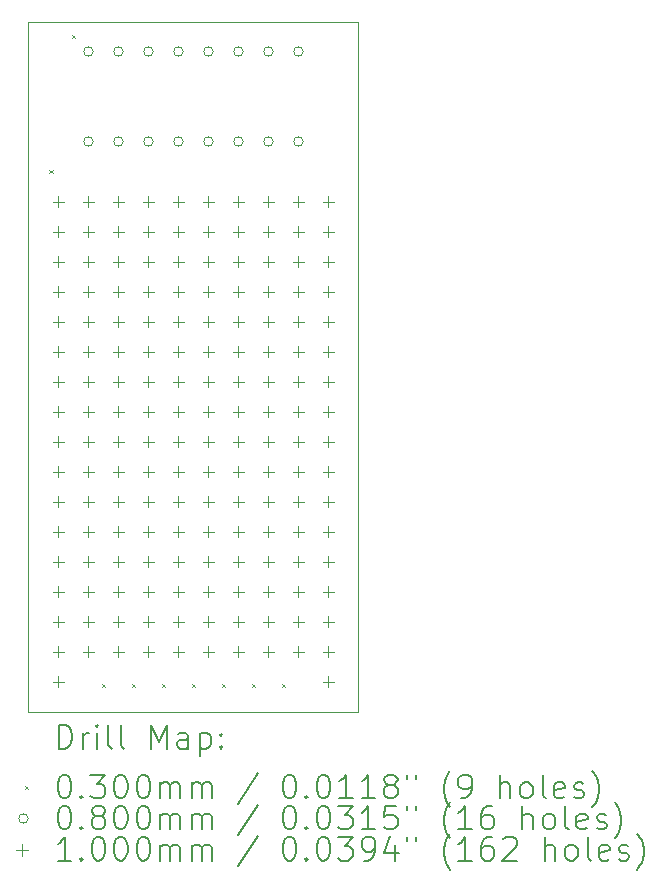
<source format=gbr>
%TF.GenerationSoftware,KiCad,Pcbnew,8.0.8-unknown-202502120121~a17639b16e~ubuntu24.04.1*%
%TF.CreationDate,2025-02-14T12:47:05-05:00*%
%TF.ProjectId,diode-matrix-rom-dip,64696f64-652d-46d6-9174-7269782d726f,v00*%
%TF.SameCoordinates,Original*%
%TF.FileFunction,Drillmap*%
%TF.FilePolarity,Positive*%
%FSLAX45Y45*%
G04 Gerber Fmt 4.5, Leading zero omitted, Abs format (unit mm)*
G04 Created by KiCad (PCBNEW 8.0.8-unknown-202502120121~a17639b16e~ubuntu24.04.1) date 2025-02-14 12:47:05*
%MOMM*%
%LPD*%
G01*
G04 APERTURE LIST*
%ADD10C,0.050000*%
%ADD11C,0.200000*%
%ADD12C,0.100000*%
G04 APERTURE END LIST*
D10*
X11430000Y-7620000D02*
X14224000Y-7620000D01*
X14224000Y-13462000D01*
X11430000Y-13462000D01*
X11430000Y-7620000D01*
D11*
D12*
X11605500Y-8875000D02*
X11635500Y-8905000D01*
X11635500Y-8875000D02*
X11605500Y-8905000D01*
X11796000Y-7732000D02*
X11826000Y-7762000D01*
X11826000Y-7732000D02*
X11796000Y-7762000D01*
X12050000Y-13225000D02*
X12080000Y-13255000D01*
X12080000Y-13225000D02*
X12050000Y-13255000D01*
X12304000Y-13225000D02*
X12334000Y-13255000D01*
X12334000Y-13225000D02*
X12304000Y-13255000D01*
X12558000Y-13225000D02*
X12588000Y-13255000D01*
X12588000Y-13225000D02*
X12558000Y-13255000D01*
X12812000Y-13225000D02*
X12842000Y-13255000D01*
X12842000Y-13225000D02*
X12812000Y-13255000D01*
X13066000Y-13225000D02*
X13096000Y-13255000D01*
X13096000Y-13225000D02*
X13066000Y-13255000D01*
X13320000Y-13225000D02*
X13350000Y-13255000D01*
X13350000Y-13225000D02*
X13320000Y-13255000D01*
X13574000Y-13225000D02*
X13604000Y-13255000D01*
X13604000Y-13225000D02*
X13574000Y-13255000D01*
X11978000Y-7874000D02*
G75*
G02*
X11898000Y-7874000I-40000J0D01*
G01*
X11898000Y-7874000D02*
G75*
G02*
X11978000Y-7874000I40000J0D01*
G01*
X11978000Y-8636000D02*
G75*
G02*
X11898000Y-8636000I-40000J0D01*
G01*
X11898000Y-8636000D02*
G75*
G02*
X11978000Y-8636000I40000J0D01*
G01*
X12232000Y-7874000D02*
G75*
G02*
X12152000Y-7874000I-40000J0D01*
G01*
X12152000Y-7874000D02*
G75*
G02*
X12232000Y-7874000I40000J0D01*
G01*
X12232000Y-8636000D02*
G75*
G02*
X12152000Y-8636000I-40000J0D01*
G01*
X12152000Y-8636000D02*
G75*
G02*
X12232000Y-8636000I40000J0D01*
G01*
X12486000Y-7874000D02*
G75*
G02*
X12406000Y-7874000I-40000J0D01*
G01*
X12406000Y-7874000D02*
G75*
G02*
X12486000Y-7874000I40000J0D01*
G01*
X12486000Y-8636000D02*
G75*
G02*
X12406000Y-8636000I-40000J0D01*
G01*
X12406000Y-8636000D02*
G75*
G02*
X12486000Y-8636000I40000J0D01*
G01*
X12740000Y-7874000D02*
G75*
G02*
X12660000Y-7874000I-40000J0D01*
G01*
X12660000Y-7874000D02*
G75*
G02*
X12740000Y-7874000I40000J0D01*
G01*
X12740000Y-8636000D02*
G75*
G02*
X12660000Y-8636000I-40000J0D01*
G01*
X12660000Y-8636000D02*
G75*
G02*
X12740000Y-8636000I40000J0D01*
G01*
X12994000Y-7874000D02*
G75*
G02*
X12914000Y-7874000I-40000J0D01*
G01*
X12914000Y-7874000D02*
G75*
G02*
X12994000Y-7874000I40000J0D01*
G01*
X12994000Y-8636000D02*
G75*
G02*
X12914000Y-8636000I-40000J0D01*
G01*
X12914000Y-8636000D02*
G75*
G02*
X12994000Y-8636000I40000J0D01*
G01*
X13248000Y-7874000D02*
G75*
G02*
X13168000Y-7874000I-40000J0D01*
G01*
X13168000Y-7874000D02*
G75*
G02*
X13248000Y-7874000I40000J0D01*
G01*
X13248000Y-8636000D02*
G75*
G02*
X13168000Y-8636000I-40000J0D01*
G01*
X13168000Y-8636000D02*
G75*
G02*
X13248000Y-8636000I40000J0D01*
G01*
X13502000Y-7874000D02*
G75*
G02*
X13422000Y-7874000I-40000J0D01*
G01*
X13422000Y-7874000D02*
G75*
G02*
X13502000Y-7874000I40000J0D01*
G01*
X13502000Y-8636000D02*
G75*
G02*
X13422000Y-8636000I-40000J0D01*
G01*
X13422000Y-8636000D02*
G75*
G02*
X13502000Y-8636000I40000J0D01*
G01*
X13756000Y-7874000D02*
G75*
G02*
X13676000Y-7874000I-40000J0D01*
G01*
X13676000Y-7874000D02*
G75*
G02*
X13756000Y-7874000I40000J0D01*
G01*
X13756000Y-8636000D02*
G75*
G02*
X13676000Y-8636000I-40000J0D01*
G01*
X13676000Y-8636000D02*
G75*
G02*
X13756000Y-8636000I40000J0D01*
G01*
X11684000Y-9094000D02*
X11684000Y-9194000D01*
X11634000Y-9144000D02*
X11734000Y-9144000D01*
X11684000Y-9348000D02*
X11684000Y-9448000D01*
X11634000Y-9398000D02*
X11734000Y-9398000D01*
X11684000Y-9602000D02*
X11684000Y-9702000D01*
X11634000Y-9652000D02*
X11734000Y-9652000D01*
X11684000Y-9856000D02*
X11684000Y-9956000D01*
X11634000Y-9906000D02*
X11734000Y-9906000D01*
X11684000Y-10110000D02*
X11684000Y-10210000D01*
X11634000Y-10160000D02*
X11734000Y-10160000D01*
X11684000Y-10364000D02*
X11684000Y-10464000D01*
X11634000Y-10414000D02*
X11734000Y-10414000D01*
X11684000Y-10618000D02*
X11684000Y-10718000D01*
X11634000Y-10668000D02*
X11734000Y-10668000D01*
X11684000Y-10872000D02*
X11684000Y-10972000D01*
X11634000Y-10922000D02*
X11734000Y-10922000D01*
X11684000Y-11126000D02*
X11684000Y-11226000D01*
X11634000Y-11176000D02*
X11734000Y-11176000D01*
X11684000Y-11380000D02*
X11684000Y-11480000D01*
X11634000Y-11430000D02*
X11734000Y-11430000D01*
X11684000Y-11634000D02*
X11684000Y-11734000D01*
X11634000Y-11684000D02*
X11734000Y-11684000D01*
X11684000Y-11888000D02*
X11684000Y-11988000D01*
X11634000Y-11938000D02*
X11734000Y-11938000D01*
X11684000Y-12142000D02*
X11684000Y-12242000D01*
X11634000Y-12192000D02*
X11734000Y-12192000D01*
X11684000Y-12396000D02*
X11684000Y-12496000D01*
X11634000Y-12446000D02*
X11734000Y-12446000D01*
X11684000Y-12650000D02*
X11684000Y-12750000D01*
X11634000Y-12700000D02*
X11734000Y-12700000D01*
X11684000Y-12904000D02*
X11684000Y-13004000D01*
X11634000Y-12954000D02*
X11734000Y-12954000D01*
X11684000Y-13158000D02*
X11684000Y-13258000D01*
X11634000Y-13208000D02*
X11734000Y-13208000D01*
X11938000Y-9094000D02*
X11938000Y-9194000D01*
X11888000Y-9144000D02*
X11988000Y-9144000D01*
X11938000Y-9348000D02*
X11938000Y-9448000D01*
X11888000Y-9398000D02*
X11988000Y-9398000D01*
X11938000Y-9602000D02*
X11938000Y-9702000D01*
X11888000Y-9652000D02*
X11988000Y-9652000D01*
X11938000Y-9856000D02*
X11938000Y-9956000D01*
X11888000Y-9906000D02*
X11988000Y-9906000D01*
X11938000Y-10110000D02*
X11938000Y-10210000D01*
X11888000Y-10160000D02*
X11988000Y-10160000D01*
X11938000Y-10364000D02*
X11938000Y-10464000D01*
X11888000Y-10414000D02*
X11988000Y-10414000D01*
X11938000Y-10618000D02*
X11938000Y-10718000D01*
X11888000Y-10668000D02*
X11988000Y-10668000D01*
X11938000Y-10872000D02*
X11938000Y-10972000D01*
X11888000Y-10922000D02*
X11988000Y-10922000D01*
X11938000Y-11126000D02*
X11938000Y-11226000D01*
X11888000Y-11176000D02*
X11988000Y-11176000D01*
X11938000Y-11380000D02*
X11938000Y-11480000D01*
X11888000Y-11430000D02*
X11988000Y-11430000D01*
X11938000Y-11634000D02*
X11938000Y-11734000D01*
X11888000Y-11684000D02*
X11988000Y-11684000D01*
X11938000Y-11888000D02*
X11938000Y-11988000D01*
X11888000Y-11938000D02*
X11988000Y-11938000D01*
X11938000Y-12142000D02*
X11938000Y-12242000D01*
X11888000Y-12192000D02*
X11988000Y-12192000D01*
X11938000Y-12396000D02*
X11938000Y-12496000D01*
X11888000Y-12446000D02*
X11988000Y-12446000D01*
X11938000Y-12650000D02*
X11938000Y-12750000D01*
X11888000Y-12700000D02*
X11988000Y-12700000D01*
X11938000Y-12904000D02*
X11938000Y-13004000D01*
X11888000Y-12954000D02*
X11988000Y-12954000D01*
X12192000Y-9094000D02*
X12192000Y-9194000D01*
X12142000Y-9144000D02*
X12242000Y-9144000D01*
X12192000Y-9348000D02*
X12192000Y-9448000D01*
X12142000Y-9398000D02*
X12242000Y-9398000D01*
X12192000Y-9602000D02*
X12192000Y-9702000D01*
X12142000Y-9652000D02*
X12242000Y-9652000D01*
X12192000Y-9856000D02*
X12192000Y-9956000D01*
X12142000Y-9906000D02*
X12242000Y-9906000D01*
X12192000Y-10110000D02*
X12192000Y-10210000D01*
X12142000Y-10160000D02*
X12242000Y-10160000D01*
X12192000Y-10364000D02*
X12192000Y-10464000D01*
X12142000Y-10414000D02*
X12242000Y-10414000D01*
X12192000Y-10618000D02*
X12192000Y-10718000D01*
X12142000Y-10668000D02*
X12242000Y-10668000D01*
X12192000Y-10872000D02*
X12192000Y-10972000D01*
X12142000Y-10922000D02*
X12242000Y-10922000D01*
X12192000Y-11126000D02*
X12192000Y-11226000D01*
X12142000Y-11176000D02*
X12242000Y-11176000D01*
X12192000Y-11380000D02*
X12192000Y-11480000D01*
X12142000Y-11430000D02*
X12242000Y-11430000D01*
X12192000Y-11634000D02*
X12192000Y-11734000D01*
X12142000Y-11684000D02*
X12242000Y-11684000D01*
X12192000Y-11888000D02*
X12192000Y-11988000D01*
X12142000Y-11938000D02*
X12242000Y-11938000D01*
X12192000Y-12142000D02*
X12192000Y-12242000D01*
X12142000Y-12192000D02*
X12242000Y-12192000D01*
X12192000Y-12396000D02*
X12192000Y-12496000D01*
X12142000Y-12446000D02*
X12242000Y-12446000D01*
X12192000Y-12650000D02*
X12192000Y-12750000D01*
X12142000Y-12700000D02*
X12242000Y-12700000D01*
X12192000Y-12904000D02*
X12192000Y-13004000D01*
X12142000Y-12954000D02*
X12242000Y-12954000D01*
X12446000Y-9094000D02*
X12446000Y-9194000D01*
X12396000Y-9144000D02*
X12496000Y-9144000D01*
X12446000Y-9348000D02*
X12446000Y-9448000D01*
X12396000Y-9398000D02*
X12496000Y-9398000D01*
X12446000Y-9602000D02*
X12446000Y-9702000D01*
X12396000Y-9652000D02*
X12496000Y-9652000D01*
X12446000Y-9856000D02*
X12446000Y-9956000D01*
X12396000Y-9906000D02*
X12496000Y-9906000D01*
X12446000Y-10110000D02*
X12446000Y-10210000D01*
X12396000Y-10160000D02*
X12496000Y-10160000D01*
X12446000Y-10364000D02*
X12446000Y-10464000D01*
X12396000Y-10414000D02*
X12496000Y-10414000D01*
X12446000Y-10618000D02*
X12446000Y-10718000D01*
X12396000Y-10668000D02*
X12496000Y-10668000D01*
X12446000Y-10872000D02*
X12446000Y-10972000D01*
X12396000Y-10922000D02*
X12496000Y-10922000D01*
X12446000Y-11126000D02*
X12446000Y-11226000D01*
X12396000Y-11176000D02*
X12496000Y-11176000D01*
X12446000Y-11380000D02*
X12446000Y-11480000D01*
X12396000Y-11430000D02*
X12496000Y-11430000D01*
X12446000Y-11634000D02*
X12446000Y-11734000D01*
X12396000Y-11684000D02*
X12496000Y-11684000D01*
X12446000Y-11888000D02*
X12446000Y-11988000D01*
X12396000Y-11938000D02*
X12496000Y-11938000D01*
X12446000Y-12142000D02*
X12446000Y-12242000D01*
X12396000Y-12192000D02*
X12496000Y-12192000D01*
X12446000Y-12396000D02*
X12446000Y-12496000D01*
X12396000Y-12446000D02*
X12496000Y-12446000D01*
X12446000Y-12650000D02*
X12446000Y-12750000D01*
X12396000Y-12700000D02*
X12496000Y-12700000D01*
X12446000Y-12904000D02*
X12446000Y-13004000D01*
X12396000Y-12954000D02*
X12496000Y-12954000D01*
X12700000Y-9094000D02*
X12700000Y-9194000D01*
X12650000Y-9144000D02*
X12750000Y-9144000D01*
X12700000Y-9348000D02*
X12700000Y-9448000D01*
X12650000Y-9398000D02*
X12750000Y-9398000D01*
X12700000Y-9602000D02*
X12700000Y-9702000D01*
X12650000Y-9652000D02*
X12750000Y-9652000D01*
X12700000Y-9856000D02*
X12700000Y-9956000D01*
X12650000Y-9906000D02*
X12750000Y-9906000D01*
X12700000Y-10110000D02*
X12700000Y-10210000D01*
X12650000Y-10160000D02*
X12750000Y-10160000D01*
X12700000Y-10364000D02*
X12700000Y-10464000D01*
X12650000Y-10414000D02*
X12750000Y-10414000D01*
X12700000Y-10618000D02*
X12700000Y-10718000D01*
X12650000Y-10668000D02*
X12750000Y-10668000D01*
X12700000Y-10872000D02*
X12700000Y-10972000D01*
X12650000Y-10922000D02*
X12750000Y-10922000D01*
X12700000Y-11126000D02*
X12700000Y-11226000D01*
X12650000Y-11176000D02*
X12750000Y-11176000D01*
X12700000Y-11380000D02*
X12700000Y-11480000D01*
X12650000Y-11430000D02*
X12750000Y-11430000D01*
X12700000Y-11634000D02*
X12700000Y-11734000D01*
X12650000Y-11684000D02*
X12750000Y-11684000D01*
X12700000Y-11888000D02*
X12700000Y-11988000D01*
X12650000Y-11938000D02*
X12750000Y-11938000D01*
X12700000Y-12142000D02*
X12700000Y-12242000D01*
X12650000Y-12192000D02*
X12750000Y-12192000D01*
X12700000Y-12396000D02*
X12700000Y-12496000D01*
X12650000Y-12446000D02*
X12750000Y-12446000D01*
X12700000Y-12650000D02*
X12700000Y-12750000D01*
X12650000Y-12700000D02*
X12750000Y-12700000D01*
X12700000Y-12904000D02*
X12700000Y-13004000D01*
X12650000Y-12954000D02*
X12750000Y-12954000D01*
X12954000Y-9094000D02*
X12954000Y-9194000D01*
X12904000Y-9144000D02*
X13004000Y-9144000D01*
X12954000Y-9348000D02*
X12954000Y-9448000D01*
X12904000Y-9398000D02*
X13004000Y-9398000D01*
X12954000Y-9602000D02*
X12954000Y-9702000D01*
X12904000Y-9652000D02*
X13004000Y-9652000D01*
X12954000Y-9856000D02*
X12954000Y-9956000D01*
X12904000Y-9906000D02*
X13004000Y-9906000D01*
X12954000Y-10110000D02*
X12954000Y-10210000D01*
X12904000Y-10160000D02*
X13004000Y-10160000D01*
X12954000Y-10364000D02*
X12954000Y-10464000D01*
X12904000Y-10414000D02*
X13004000Y-10414000D01*
X12954000Y-10618000D02*
X12954000Y-10718000D01*
X12904000Y-10668000D02*
X13004000Y-10668000D01*
X12954000Y-10872000D02*
X12954000Y-10972000D01*
X12904000Y-10922000D02*
X13004000Y-10922000D01*
X12954000Y-11126000D02*
X12954000Y-11226000D01*
X12904000Y-11176000D02*
X13004000Y-11176000D01*
X12954000Y-11380000D02*
X12954000Y-11480000D01*
X12904000Y-11430000D02*
X13004000Y-11430000D01*
X12954000Y-11634000D02*
X12954000Y-11734000D01*
X12904000Y-11684000D02*
X13004000Y-11684000D01*
X12954000Y-11888000D02*
X12954000Y-11988000D01*
X12904000Y-11938000D02*
X13004000Y-11938000D01*
X12954000Y-12142000D02*
X12954000Y-12242000D01*
X12904000Y-12192000D02*
X13004000Y-12192000D01*
X12954000Y-12396000D02*
X12954000Y-12496000D01*
X12904000Y-12446000D02*
X13004000Y-12446000D01*
X12954000Y-12650000D02*
X12954000Y-12750000D01*
X12904000Y-12700000D02*
X13004000Y-12700000D01*
X12954000Y-12904000D02*
X12954000Y-13004000D01*
X12904000Y-12954000D02*
X13004000Y-12954000D01*
X13208000Y-9094000D02*
X13208000Y-9194000D01*
X13158000Y-9144000D02*
X13258000Y-9144000D01*
X13208000Y-9348000D02*
X13208000Y-9448000D01*
X13158000Y-9398000D02*
X13258000Y-9398000D01*
X13208000Y-9602000D02*
X13208000Y-9702000D01*
X13158000Y-9652000D02*
X13258000Y-9652000D01*
X13208000Y-9856000D02*
X13208000Y-9956000D01*
X13158000Y-9906000D02*
X13258000Y-9906000D01*
X13208000Y-10110000D02*
X13208000Y-10210000D01*
X13158000Y-10160000D02*
X13258000Y-10160000D01*
X13208000Y-10364000D02*
X13208000Y-10464000D01*
X13158000Y-10414000D02*
X13258000Y-10414000D01*
X13208000Y-10618000D02*
X13208000Y-10718000D01*
X13158000Y-10668000D02*
X13258000Y-10668000D01*
X13208000Y-10872000D02*
X13208000Y-10972000D01*
X13158000Y-10922000D02*
X13258000Y-10922000D01*
X13208000Y-11126000D02*
X13208000Y-11226000D01*
X13158000Y-11176000D02*
X13258000Y-11176000D01*
X13208000Y-11380000D02*
X13208000Y-11480000D01*
X13158000Y-11430000D02*
X13258000Y-11430000D01*
X13208000Y-11634000D02*
X13208000Y-11734000D01*
X13158000Y-11684000D02*
X13258000Y-11684000D01*
X13208000Y-11888000D02*
X13208000Y-11988000D01*
X13158000Y-11938000D02*
X13258000Y-11938000D01*
X13208000Y-12142000D02*
X13208000Y-12242000D01*
X13158000Y-12192000D02*
X13258000Y-12192000D01*
X13208000Y-12396000D02*
X13208000Y-12496000D01*
X13158000Y-12446000D02*
X13258000Y-12446000D01*
X13208000Y-12650000D02*
X13208000Y-12750000D01*
X13158000Y-12700000D02*
X13258000Y-12700000D01*
X13208000Y-12904000D02*
X13208000Y-13004000D01*
X13158000Y-12954000D02*
X13258000Y-12954000D01*
X13462000Y-9094000D02*
X13462000Y-9194000D01*
X13412000Y-9144000D02*
X13512000Y-9144000D01*
X13462000Y-9348000D02*
X13462000Y-9448000D01*
X13412000Y-9398000D02*
X13512000Y-9398000D01*
X13462000Y-9602000D02*
X13462000Y-9702000D01*
X13412000Y-9652000D02*
X13512000Y-9652000D01*
X13462000Y-9856000D02*
X13462000Y-9956000D01*
X13412000Y-9906000D02*
X13512000Y-9906000D01*
X13462000Y-10110000D02*
X13462000Y-10210000D01*
X13412000Y-10160000D02*
X13512000Y-10160000D01*
X13462000Y-10364000D02*
X13462000Y-10464000D01*
X13412000Y-10414000D02*
X13512000Y-10414000D01*
X13462000Y-10618000D02*
X13462000Y-10718000D01*
X13412000Y-10668000D02*
X13512000Y-10668000D01*
X13462000Y-10872000D02*
X13462000Y-10972000D01*
X13412000Y-10922000D02*
X13512000Y-10922000D01*
X13462000Y-11126000D02*
X13462000Y-11226000D01*
X13412000Y-11176000D02*
X13512000Y-11176000D01*
X13462000Y-11380000D02*
X13462000Y-11480000D01*
X13412000Y-11430000D02*
X13512000Y-11430000D01*
X13462000Y-11634000D02*
X13462000Y-11734000D01*
X13412000Y-11684000D02*
X13512000Y-11684000D01*
X13462000Y-11888000D02*
X13462000Y-11988000D01*
X13412000Y-11938000D02*
X13512000Y-11938000D01*
X13462000Y-12142000D02*
X13462000Y-12242000D01*
X13412000Y-12192000D02*
X13512000Y-12192000D01*
X13462000Y-12396000D02*
X13462000Y-12496000D01*
X13412000Y-12446000D02*
X13512000Y-12446000D01*
X13462000Y-12650000D02*
X13462000Y-12750000D01*
X13412000Y-12700000D02*
X13512000Y-12700000D01*
X13462000Y-12904000D02*
X13462000Y-13004000D01*
X13412000Y-12954000D02*
X13512000Y-12954000D01*
X13716000Y-9094000D02*
X13716000Y-9194000D01*
X13666000Y-9144000D02*
X13766000Y-9144000D01*
X13716000Y-9348000D02*
X13716000Y-9448000D01*
X13666000Y-9398000D02*
X13766000Y-9398000D01*
X13716000Y-9602000D02*
X13716000Y-9702000D01*
X13666000Y-9652000D02*
X13766000Y-9652000D01*
X13716000Y-9856000D02*
X13716000Y-9956000D01*
X13666000Y-9906000D02*
X13766000Y-9906000D01*
X13716000Y-10110000D02*
X13716000Y-10210000D01*
X13666000Y-10160000D02*
X13766000Y-10160000D01*
X13716000Y-10364000D02*
X13716000Y-10464000D01*
X13666000Y-10414000D02*
X13766000Y-10414000D01*
X13716000Y-10618000D02*
X13716000Y-10718000D01*
X13666000Y-10668000D02*
X13766000Y-10668000D01*
X13716000Y-10872000D02*
X13716000Y-10972000D01*
X13666000Y-10922000D02*
X13766000Y-10922000D01*
X13716000Y-11126000D02*
X13716000Y-11226000D01*
X13666000Y-11176000D02*
X13766000Y-11176000D01*
X13716000Y-11380000D02*
X13716000Y-11480000D01*
X13666000Y-11430000D02*
X13766000Y-11430000D01*
X13716000Y-11634000D02*
X13716000Y-11734000D01*
X13666000Y-11684000D02*
X13766000Y-11684000D01*
X13716000Y-11888000D02*
X13716000Y-11988000D01*
X13666000Y-11938000D02*
X13766000Y-11938000D01*
X13716000Y-12142000D02*
X13716000Y-12242000D01*
X13666000Y-12192000D02*
X13766000Y-12192000D01*
X13716000Y-12396000D02*
X13716000Y-12496000D01*
X13666000Y-12446000D02*
X13766000Y-12446000D01*
X13716000Y-12650000D02*
X13716000Y-12750000D01*
X13666000Y-12700000D02*
X13766000Y-12700000D01*
X13716000Y-12904000D02*
X13716000Y-13004000D01*
X13666000Y-12954000D02*
X13766000Y-12954000D01*
X13970000Y-9094000D02*
X13970000Y-9194000D01*
X13920000Y-9144000D02*
X14020000Y-9144000D01*
X13970000Y-9348000D02*
X13970000Y-9448000D01*
X13920000Y-9398000D02*
X14020000Y-9398000D01*
X13970000Y-9602000D02*
X13970000Y-9702000D01*
X13920000Y-9652000D02*
X14020000Y-9652000D01*
X13970000Y-9856000D02*
X13970000Y-9956000D01*
X13920000Y-9906000D02*
X14020000Y-9906000D01*
X13970000Y-10110000D02*
X13970000Y-10210000D01*
X13920000Y-10160000D02*
X14020000Y-10160000D01*
X13970000Y-10364000D02*
X13970000Y-10464000D01*
X13920000Y-10414000D02*
X14020000Y-10414000D01*
X13970000Y-10618000D02*
X13970000Y-10718000D01*
X13920000Y-10668000D02*
X14020000Y-10668000D01*
X13970000Y-10872000D02*
X13970000Y-10972000D01*
X13920000Y-10922000D02*
X14020000Y-10922000D01*
X13970000Y-11126000D02*
X13970000Y-11226000D01*
X13920000Y-11176000D02*
X14020000Y-11176000D01*
X13970000Y-11380000D02*
X13970000Y-11480000D01*
X13920000Y-11430000D02*
X14020000Y-11430000D01*
X13970000Y-11634000D02*
X13970000Y-11734000D01*
X13920000Y-11684000D02*
X14020000Y-11684000D01*
X13970000Y-11888000D02*
X13970000Y-11988000D01*
X13920000Y-11938000D02*
X14020000Y-11938000D01*
X13970000Y-12142000D02*
X13970000Y-12242000D01*
X13920000Y-12192000D02*
X14020000Y-12192000D01*
X13970000Y-12396000D02*
X13970000Y-12496000D01*
X13920000Y-12446000D02*
X14020000Y-12446000D01*
X13970000Y-12650000D02*
X13970000Y-12750000D01*
X13920000Y-12700000D02*
X14020000Y-12700000D01*
X13970000Y-12904000D02*
X13970000Y-13004000D01*
X13920000Y-12954000D02*
X14020000Y-12954000D01*
X13970000Y-13158000D02*
X13970000Y-13258000D01*
X13920000Y-13208000D02*
X14020000Y-13208000D01*
D11*
X11688277Y-13775984D02*
X11688277Y-13575984D01*
X11688277Y-13575984D02*
X11735896Y-13575984D01*
X11735896Y-13575984D02*
X11764467Y-13585508D01*
X11764467Y-13585508D02*
X11783515Y-13604555D01*
X11783515Y-13604555D02*
X11793039Y-13623603D01*
X11793039Y-13623603D02*
X11802562Y-13661698D01*
X11802562Y-13661698D02*
X11802562Y-13690269D01*
X11802562Y-13690269D02*
X11793039Y-13728365D01*
X11793039Y-13728365D02*
X11783515Y-13747412D01*
X11783515Y-13747412D02*
X11764467Y-13766460D01*
X11764467Y-13766460D02*
X11735896Y-13775984D01*
X11735896Y-13775984D02*
X11688277Y-13775984D01*
X11888277Y-13775984D02*
X11888277Y-13642650D01*
X11888277Y-13680746D02*
X11897801Y-13661698D01*
X11897801Y-13661698D02*
X11907324Y-13652174D01*
X11907324Y-13652174D02*
X11926372Y-13642650D01*
X11926372Y-13642650D02*
X11945420Y-13642650D01*
X12012086Y-13775984D02*
X12012086Y-13642650D01*
X12012086Y-13575984D02*
X12002562Y-13585508D01*
X12002562Y-13585508D02*
X12012086Y-13595031D01*
X12012086Y-13595031D02*
X12021610Y-13585508D01*
X12021610Y-13585508D02*
X12012086Y-13575984D01*
X12012086Y-13575984D02*
X12012086Y-13595031D01*
X12135896Y-13775984D02*
X12116848Y-13766460D01*
X12116848Y-13766460D02*
X12107324Y-13747412D01*
X12107324Y-13747412D02*
X12107324Y-13575984D01*
X12240658Y-13775984D02*
X12221610Y-13766460D01*
X12221610Y-13766460D02*
X12212086Y-13747412D01*
X12212086Y-13747412D02*
X12212086Y-13575984D01*
X12469229Y-13775984D02*
X12469229Y-13575984D01*
X12469229Y-13575984D02*
X12535896Y-13718841D01*
X12535896Y-13718841D02*
X12602562Y-13575984D01*
X12602562Y-13575984D02*
X12602562Y-13775984D01*
X12783515Y-13775984D02*
X12783515Y-13671222D01*
X12783515Y-13671222D02*
X12773991Y-13652174D01*
X12773991Y-13652174D02*
X12754943Y-13642650D01*
X12754943Y-13642650D02*
X12716848Y-13642650D01*
X12716848Y-13642650D02*
X12697801Y-13652174D01*
X12783515Y-13766460D02*
X12764467Y-13775984D01*
X12764467Y-13775984D02*
X12716848Y-13775984D01*
X12716848Y-13775984D02*
X12697801Y-13766460D01*
X12697801Y-13766460D02*
X12688277Y-13747412D01*
X12688277Y-13747412D02*
X12688277Y-13728365D01*
X12688277Y-13728365D02*
X12697801Y-13709317D01*
X12697801Y-13709317D02*
X12716848Y-13699793D01*
X12716848Y-13699793D02*
X12764467Y-13699793D01*
X12764467Y-13699793D02*
X12783515Y-13690269D01*
X12878753Y-13642650D02*
X12878753Y-13842650D01*
X12878753Y-13652174D02*
X12897801Y-13642650D01*
X12897801Y-13642650D02*
X12935896Y-13642650D01*
X12935896Y-13642650D02*
X12954943Y-13652174D01*
X12954943Y-13652174D02*
X12964467Y-13661698D01*
X12964467Y-13661698D02*
X12973991Y-13680746D01*
X12973991Y-13680746D02*
X12973991Y-13737888D01*
X12973991Y-13737888D02*
X12964467Y-13756936D01*
X12964467Y-13756936D02*
X12954943Y-13766460D01*
X12954943Y-13766460D02*
X12935896Y-13775984D01*
X12935896Y-13775984D02*
X12897801Y-13775984D01*
X12897801Y-13775984D02*
X12878753Y-13766460D01*
X13059705Y-13756936D02*
X13069229Y-13766460D01*
X13069229Y-13766460D02*
X13059705Y-13775984D01*
X13059705Y-13775984D02*
X13050182Y-13766460D01*
X13050182Y-13766460D02*
X13059705Y-13756936D01*
X13059705Y-13756936D02*
X13059705Y-13775984D01*
X13059705Y-13652174D02*
X13069229Y-13661698D01*
X13069229Y-13661698D02*
X13059705Y-13671222D01*
X13059705Y-13671222D02*
X13050182Y-13661698D01*
X13050182Y-13661698D02*
X13059705Y-13652174D01*
X13059705Y-13652174D02*
X13059705Y-13671222D01*
D12*
X11397500Y-14089500D02*
X11427500Y-14119500D01*
X11427500Y-14089500D02*
X11397500Y-14119500D01*
D11*
X11726372Y-13995984D02*
X11745420Y-13995984D01*
X11745420Y-13995984D02*
X11764467Y-14005508D01*
X11764467Y-14005508D02*
X11773991Y-14015031D01*
X11773991Y-14015031D02*
X11783515Y-14034079D01*
X11783515Y-14034079D02*
X11793039Y-14072174D01*
X11793039Y-14072174D02*
X11793039Y-14119793D01*
X11793039Y-14119793D02*
X11783515Y-14157888D01*
X11783515Y-14157888D02*
X11773991Y-14176936D01*
X11773991Y-14176936D02*
X11764467Y-14186460D01*
X11764467Y-14186460D02*
X11745420Y-14195984D01*
X11745420Y-14195984D02*
X11726372Y-14195984D01*
X11726372Y-14195984D02*
X11707324Y-14186460D01*
X11707324Y-14186460D02*
X11697801Y-14176936D01*
X11697801Y-14176936D02*
X11688277Y-14157888D01*
X11688277Y-14157888D02*
X11678753Y-14119793D01*
X11678753Y-14119793D02*
X11678753Y-14072174D01*
X11678753Y-14072174D02*
X11688277Y-14034079D01*
X11688277Y-14034079D02*
X11697801Y-14015031D01*
X11697801Y-14015031D02*
X11707324Y-14005508D01*
X11707324Y-14005508D02*
X11726372Y-13995984D01*
X11878753Y-14176936D02*
X11888277Y-14186460D01*
X11888277Y-14186460D02*
X11878753Y-14195984D01*
X11878753Y-14195984D02*
X11869229Y-14186460D01*
X11869229Y-14186460D02*
X11878753Y-14176936D01*
X11878753Y-14176936D02*
X11878753Y-14195984D01*
X11954943Y-13995984D02*
X12078753Y-13995984D01*
X12078753Y-13995984D02*
X12012086Y-14072174D01*
X12012086Y-14072174D02*
X12040658Y-14072174D01*
X12040658Y-14072174D02*
X12059705Y-14081698D01*
X12059705Y-14081698D02*
X12069229Y-14091222D01*
X12069229Y-14091222D02*
X12078753Y-14110269D01*
X12078753Y-14110269D02*
X12078753Y-14157888D01*
X12078753Y-14157888D02*
X12069229Y-14176936D01*
X12069229Y-14176936D02*
X12059705Y-14186460D01*
X12059705Y-14186460D02*
X12040658Y-14195984D01*
X12040658Y-14195984D02*
X11983515Y-14195984D01*
X11983515Y-14195984D02*
X11964467Y-14186460D01*
X11964467Y-14186460D02*
X11954943Y-14176936D01*
X12202562Y-13995984D02*
X12221610Y-13995984D01*
X12221610Y-13995984D02*
X12240658Y-14005508D01*
X12240658Y-14005508D02*
X12250182Y-14015031D01*
X12250182Y-14015031D02*
X12259705Y-14034079D01*
X12259705Y-14034079D02*
X12269229Y-14072174D01*
X12269229Y-14072174D02*
X12269229Y-14119793D01*
X12269229Y-14119793D02*
X12259705Y-14157888D01*
X12259705Y-14157888D02*
X12250182Y-14176936D01*
X12250182Y-14176936D02*
X12240658Y-14186460D01*
X12240658Y-14186460D02*
X12221610Y-14195984D01*
X12221610Y-14195984D02*
X12202562Y-14195984D01*
X12202562Y-14195984D02*
X12183515Y-14186460D01*
X12183515Y-14186460D02*
X12173991Y-14176936D01*
X12173991Y-14176936D02*
X12164467Y-14157888D01*
X12164467Y-14157888D02*
X12154943Y-14119793D01*
X12154943Y-14119793D02*
X12154943Y-14072174D01*
X12154943Y-14072174D02*
X12164467Y-14034079D01*
X12164467Y-14034079D02*
X12173991Y-14015031D01*
X12173991Y-14015031D02*
X12183515Y-14005508D01*
X12183515Y-14005508D02*
X12202562Y-13995984D01*
X12393039Y-13995984D02*
X12412086Y-13995984D01*
X12412086Y-13995984D02*
X12431134Y-14005508D01*
X12431134Y-14005508D02*
X12440658Y-14015031D01*
X12440658Y-14015031D02*
X12450182Y-14034079D01*
X12450182Y-14034079D02*
X12459705Y-14072174D01*
X12459705Y-14072174D02*
X12459705Y-14119793D01*
X12459705Y-14119793D02*
X12450182Y-14157888D01*
X12450182Y-14157888D02*
X12440658Y-14176936D01*
X12440658Y-14176936D02*
X12431134Y-14186460D01*
X12431134Y-14186460D02*
X12412086Y-14195984D01*
X12412086Y-14195984D02*
X12393039Y-14195984D01*
X12393039Y-14195984D02*
X12373991Y-14186460D01*
X12373991Y-14186460D02*
X12364467Y-14176936D01*
X12364467Y-14176936D02*
X12354943Y-14157888D01*
X12354943Y-14157888D02*
X12345420Y-14119793D01*
X12345420Y-14119793D02*
X12345420Y-14072174D01*
X12345420Y-14072174D02*
X12354943Y-14034079D01*
X12354943Y-14034079D02*
X12364467Y-14015031D01*
X12364467Y-14015031D02*
X12373991Y-14005508D01*
X12373991Y-14005508D02*
X12393039Y-13995984D01*
X12545420Y-14195984D02*
X12545420Y-14062650D01*
X12545420Y-14081698D02*
X12554943Y-14072174D01*
X12554943Y-14072174D02*
X12573991Y-14062650D01*
X12573991Y-14062650D02*
X12602563Y-14062650D01*
X12602563Y-14062650D02*
X12621610Y-14072174D01*
X12621610Y-14072174D02*
X12631134Y-14091222D01*
X12631134Y-14091222D02*
X12631134Y-14195984D01*
X12631134Y-14091222D02*
X12640658Y-14072174D01*
X12640658Y-14072174D02*
X12659705Y-14062650D01*
X12659705Y-14062650D02*
X12688277Y-14062650D01*
X12688277Y-14062650D02*
X12707324Y-14072174D01*
X12707324Y-14072174D02*
X12716848Y-14091222D01*
X12716848Y-14091222D02*
X12716848Y-14195984D01*
X12812086Y-14195984D02*
X12812086Y-14062650D01*
X12812086Y-14081698D02*
X12821610Y-14072174D01*
X12821610Y-14072174D02*
X12840658Y-14062650D01*
X12840658Y-14062650D02*
X12869229Y-14062650D01*
X12869229Y-14062650D02*
X12888277Y-14072174D01*
X12888277Y-14072174D02*
X12897801Y-14091222D01*
X12897801Y-14091222D02*
X12897801Y-14195984D01*
X12897801Y-14091222D02*
X12907324Y-14072174D01*
X12907324Y-14072174D02*
X12926372Y-14062650D01*
X12926372Y-14062650D02*
X12954943Y-14062650D01*
X12954943Y-14062650D02*
X12973991Y-14072174D01*
X12973991Y-14072174D02*
X12983515Y-14091222D01*
X12983515Y-14091222D02*
X12983515Y-14195984D01*
X13373991Y-13986460D02*
X13202563Y-14243603D01*
X13631134Y-13995984D02*
X13650182Y-13995984D01*
X13650182Y-13995984D02*
X13669229Y-14005508D01*
X13669229Y-14005508D02*
X13678753Y-14015031D01*
X13678753Y-14015031D02*
X13688277Y-14034079D01*
X13688277Y-14034079D02*
X13697801Y-14072174D01*
X13697801Y-14072174D02*
X13697801Y-14119793D01*
X13697801Y-14119793D02*
X13688277Y-14157888D01*
X13688277Y-14157888D02*
X13678753Y-14176936D01*
X13678753Y-14176936D02*
X13669229Y-14186460D01*
X13669229Y-14186460D02*
X13650182Y-14195984D01*
X13650182Y-14195984D02*
X13631134Y-14195984D01*
X13631134Y-14195984D02*
X13612086Y-14186460D01*
X13612086Y-14186460D02*
X13602563Y-14176936D01*
X13602563Y-14176936D02*
X13593039Y-14157888D01*
X13593039Y-14157888D02*
X13583515Y-14119793D01*
X13583515Y-14119793D02*
X13583515Y-14072174D01*
X13583515Y-14072174D02*
X13593039Y-14034079D01*
X13593039Y-14034079D02*
X13602563Y-14015031D01*
X13602563Y-14015031D02*
X13612086Y-14005508D01*
X13612086Y-14005508D02*
X13631134Y-13995984D01*
X13783515Y-14176936D02*
X13793039Y-14186460D01*
X13793039Y-14186460D02*
X13783515Y-14195984D01*
X13783515Y-14195984D02*
X13773991Y-14186460D01*
X13773991Y-14186460D02*
X13783515Y-14176936D01*
X13783515Y-14176936D02*
X13783515Y-14195984D01*
X13916848Y-13995984D02*
X13935896Y-13995984D01*
X13935896Y-13995984D02*
X13954944Y-14005508D01*
X13954944Y-14005508D02*
X13964467Y-14015031D01*
X13964467Y-14015031D02*
X13973991Y-14034079D01*
X13973991Y-14034079D02*
X13983515Y-14072174D01*
X13983515Y-14072174D02*
X13983515Y-14119793D01*
X13983515Y-14119793D02*
X13973991Y-14157888D01*
X13973991Y-14157888D02*
X13964467Y-14176936D01*
X13964467Y-14176936D02*
X13954944Y-14186460D01*
X13954944Y-14186460D02*
X13935896Y-14195984D01*
X13935896Y-14195984D02*
X13916848Y-14195984D01*
X13916848Y-14195984D02*
X13897801Y-14186460D01*
X13897801Y-14186460D02*
X13888277Y-14176936D01*
X13888277Y-14176936D02*
X13878753Y-14157888D01*
X13878753Y-14157888D02*
X13869229Y-14119793D01*
X13869229Y-14119793D02*
X13869229Y-14072174D01*
X13869229Y-14072174D02*
X13878753Y-14034079D01*
X13878753Y-14034079D02*
X13888277Y-14015031D01*
X13888277Y-14015031D02*
X13897801Y-14005508D01*
X13897801Y-14005508D02*
X13916848Y-13995984D01*
X14173991Y-14195984D02*
X14059706Y-14195984D01*
X14116848Y-14195984D02*
X14116848Y-13995984D01*
X14116848Y-13995984D02*
X14097801Y-14024555D01*
X14097801Y-14024555D02*
X14078753Y-14043603D01*
X14078753Y-14043603D02*
X14059706Y-14053127D01*
X14364467Y-14195984D02*
X14250182Y-14195984D01*
X14307325Y-14195984D02*
X14307325Y-13995984D01*
X14307325Y-13995984D02*
X14288277Y-14024555D01*
X14288277Y-14024555D02*
X14269229Y-14043603D01*
X14269229Y-14043603D02*
X14250182Y-14053127D01*
X14478753Y-14081698D02*
X14459706Y-14072174D01*
X14459706Y-14072174D02*
X14450182Y-14062650D01*
X14450182Y-14062650D02*
X14440658Y-14043603D01*
X14440658Y-14043603D02*
X14440658Y-14034079D01*
X14440658Y-14034079D02*
X14450182Y-14015031D01*
X14450182Y-14015031D02*
X14459706Y-14005508D01*
X14459706Y-14005508D02*
X14478753Y-13995984D01*
X14478753Y-13995984D02*
X14516848Y-13995984D01*
X14516848Y-13995984D02*
X14535896Y-14005508D01*
X14535896Y-14005508D02*
X14545420Y-14015031D01*
X14545420Y-14015031D02*
X14554944Y-14034079D01*
X14554944Y-14034079D02*
X14554944Y-14043603D01*
X14554944Y-14043603D02*
X14545420Y-14062650D01*
X14545420Y-14062650D02*
X14535896Y-14072174D01*
X14535896Y-14072174D02*
X14516848Y-14081698D01*
X14516848Y-14081698D02*
X14478753Y-14081698D01*
X14478753Y-14081698D02*
X14459706Y-14091222D01*
X14459706Y-14091222D02*
X14450182Y-14100746D01*
X14450182Y-14100746D02*
X14440658Y-14119793D01*
X14440658Y-14119793D02*
X14440658Y-14157888D01*
X14440658Y-14157888D02*
X14450182Y-14176936D01*
X14450182Y-14176936D02*
X14459706Y-14186460D01*
X14459706Y-14186460D02*
X14478753Y-14195984D01*
X14478753Y-14195984D02*
X14516848Y-14195984D01*
X14516848Y-14195984D02*
X14535896Y-14186460D01*
X14535896Y-14186460D02*
X14545420Y-14176936D01*
X14545420Y-14176936D02*
X14554944Y-14157888D01*
X14554944Y-14157888D02*
X14554944Y-14119793D01*
X14554944Y-14119793D02*
X14545420Y-14100746D01*
X14545420Y-14100746D02*
X14535896Y-14091222D01*
X14535896Y-14091222D02*
X14516848Y-14081698D01*
X14631134Y-13995984D02*
X14631134Y-14034079D01*
X14707325Y-13995984D02*
X14707325Y-14034079D01*
X15002563Y-14272174D02*
X14993039Y-14262650D01*
X14993039Y-14262650D02*
X14973991Y-14234079D01*
X14973991Y-14234079D02*
X14964468Y-14215031D01*
X14964468Y-14215031D02*
X14954944Y-14186460D01*
X14954944Y-14186460D02*
X14945420Y-14138841D01*
X14945420Y-14138841D02*
X14945420Y-14100746D01*
X14945420Y-14100746D02*
X14954944Y-14053127D01*
X14954944Y-14053127D02*
X14964468Y-14024555D01*
X14964468Y-14024555D02*
X14973991Y-14005508D01*
X14973991Y-14005508D02*
X14993039Y-13976936D01*
X14993039Y-13976936D02*
X15002563Y-13967412D01*
X15088277Y-14195984D02*
X15126372Y-14195984D01*
X15126372Y-14195984D02*
X15145420Y-14186460D01*
X15145420Y-14186460D02*
X15154944Y-14176936D01*
X15154944Y-14176936D02*
X15173991Y-14148365D01*
X15173991Y-14148365D02*
X15183515Y-14110269D01*
X15183515Y-14110269D02*
X15183515Y-14034079D01*
X15183515Y-14034079D02*
X15173991Y-14015031D01*
X15173991Y-14015031D02*
X15164468Y-14005508D01*
X15164468Y-14005508D02*
X15145420Y-13995984D01*
X15145420Y-13995984D02*
X15107325Y-13995984D01*
X15107325Y-13995984D02*
X15088277Y-14005508D01*
X15088277Y-14005508D02*
X15078753Y-14015031D01*
X15078753Y-14015031D02*
X15069229Y-14034079D01*
X15069229Y-14034079D02*
X15069229Y-14081698D01*
X15069229Y-14081698D02*
X15078753Y-14100746D01*
X15078753Y-14100746D02*
X15088277Y-14110269D01*
X15088277Y-14110269D02*
X15107325Y-14119793D01*
X15107325Y-14119793D02*
X15145420Y-14119793D01*
X15145420Y-14119793D02*
X15164468Y-14110269D01*
X15164468Y-14110269D02*
X15173991Y-14100746D01*
X15173991Y-14100746D02*
X15183515Y-14081698D01*
X15421610Y-14195984D02*
X15421610Y-13995984D01*
X15507325Y-14195984D02*
X15507325Y-14091222D01*
X15507325Y-14091222D02*
X15497801Y-14072174D01*
X15497801Y-14072174D02*
X15478753Y-14062650D01*
X15478753Y-14062650D02*
X15450182Y-14062650D01*
X15450182Y-14062650D02*
X15431134Y-14072174D01*
X15431134Y-14072174D02*
X15421610Y-14081698D01*
X15631134Y-14195984D02*
X15612087Y-14186460D01*
X15612087Y-14186460D02*
X15602563Y-14176936D01*
X15602563Y-14176936D02*
X15593039Y-14157888D01*
X15593039Y-14157888D02*
X15593039Y-14100746D01*
X15593039Y-14100746D02*
X15602563Y-14081698D01*
X15602563Y-14081698D02*
X15612087Y-14072174D01*
X15612087Y-14072174D02*
X15631134Y-14062650D01*
X15631134Y-14062650D02*
X15659706Y-14062650D01*
X15659706Y-14062650D02*
X15678753Y-14072174D01*
X15678753Y-14072174D02*
X15688277Y-14081698D01*
X15688277Y-14081698D02*
X15697801Y-14100746D01*
X15697801Y-14100746D02*
X15697801Y-14157888D01*
X15697801Y-14157888D02*
X15688277Y-14176936D01*
X15688277Y-14176936D02*
X15678753Y-14186460D01*
X15678753Y-14186460D02*
X15659706Y-14195984D01*
X15659706Y-14195984D02*
X15631134Y-14195984D01*
X15812087Y-14195984D02*
X15793039Y-14186460D01*
X15793039Y-14186460D02*
X15783515Y-14167412D01*
X15783515Y-14167412D02*
X15783515Y-13995984D01*
X15964468Y-14186460D02*
X15945420Y-14195984D01*
X15945420Y-14195984D02*
X15907325Y-14195984D01*
X15907325Y-14195984D02*
X15888277Y-14186460D01*
X15888277Y-14186460D02*
X15878753Y-14167412D01*
X15878753Y-14167412D02*
X15878753Y-14091222D01*
X15878753Y-14091222D02*
X15888277Y-14072174D01*
X15888277Y-14072174D02*
X15907325Y-14062650D01*
X15907325Y-14062650D02*
X15945420Y-14062650D01*
X15945420Y-14062650D02*
X15964468Y-14072174D01*
X15964468Y-14072174D02*
X15973991Y-14091222D01*
X15973991Y-14091222D02*
X15973991Y-14110269D01*
X15973991Y-14110269D02*
X15878753Y-14129317D01*
X16050182Y-14186460D02*
X16069230Y-14195984D01*
X16069230Y-14195984D02*
X16107325Y-14195984D01*
X16107325Y-14195984D02*
X16126372Y-14186460D01*
X16126372Y-14186460D02*
X16135896Y-14167412D01*
X16135896Y-14167412D02*
X16135896Y-14157888D01*
X16135896Y-14157888D02*
X16126372Y-14138841D01*
X16126372Y-14138841D02*
X16107325Y-14129317D01*
X16107325Y-14129317D02*
X16078753Y-14129317D01*
X16078753Y-14129317D02*
X16059706Y-14119793D01*
X16059706Y-14119793D02*
X16050182Y-14100746D01*
X16050182Y-14100746D02*
X16050182Y-14091222D01*
X16050182Y-14091222D02*
X16059706Y-14072174D01*
X16059706Y-14072174D02*
X16078753Y-14062650D01*
X16078753Y-14062650D02*
X16107325Y-14062650D01*
X16107325Y-14062650D02*
X16126372Y-14072174D01*
X16202563Y-14272174D02*
X16212087Y-14262650D01*
X16212087Y-14262650D02*
X16231134Y-14234079D01*
X16231134Y-14234079D02*
X16240658Y-14215031D01*
X16240658Y-14215031D02*
X16250182Y-14186460D01*
X16250182Y-14186460D02*
X16259706Y-14138841D01*
X16259706Y-14138841D02*
X16259706Y-14100746D01*
X16259706Y-14100746D02*
X16250182Y-14053127D01*
X16250182Y-14053127D02*
X16240658Y-14024555D01*
X16240658Y-14024555D02*
X16231134Y-14005508D01*
X16231134Y-14005508D02*
X16212087Y-13976936D01*
X16212087Y-13976936D02*
X16202563Y-13967412D01*
D12*
X11427500Y-14368500D02*
G75*
G02*
X11347500Y-14368500I-40000J0D01*
G01*
X11347500Y-14368500D02*
G75*
G02*
X11427500Y-14368500I40000J0D01*
G01*
D11*
X11726372Y-14259984D02*
X11745420Y-14259984D01*
X11745420Y-14259984D02*
X11764467Y-14269508D01*
X11764467Y-14269508D02*
X11773991Y-14279031D01*
X11773991Y-14279031D02*
X11783515Y-14298079D01*
X11783515Y-14298079D02*
X11793039Y-14336174D01*
X11793039Y-14336174D02*
X11793039Y-14383793D01*
X11793039Y-14383793D02*
X11783515Y-14421888D01*
X11783515Y-14421888D02*
X11773991Y-14440936D01*
X11773991Y-14440936D02*
X11764467Y-14450460D01*
X11764467Y-14450460D02*
X11745420Y-14459984D01*
X11745420Y-14459984D02*
X11726372Y-14459984D01*
X11726372Y-14459984D02*
X11707324Y-14450460D01*
X11707324Y-14450460D02*
X11697801Y-14440936D01*
X11697801Y-14440936D02*
X11688277Y-14421888D01*
X11688277Y-14421888D02*
X11678753Y-14383793D01*
X11678753Y-14383793D02*
X11678753Y-14336174D01*
X11678753Y-14336174D02*
X11688277Y-14298079D01*
X11688277Y-14298079D02*
X11697801Y-14279031D01*
X11697801Y-14279031D02*
X11707324Y-14269508D01*
X11707324Y-14269508D02*
X11726372Y-14259984D01*
X11878753Y-14440936D02*
X11888277Y-14450460D01*
X11888277Y-14450460D02*
X11878753Y-14459984D01*
X11878753Y-14459984D02*
X11869229Y-14450460D01*
X11869229Y-14450460D02*
X11878753Y-14440936D01*
X11878753Y-14440936D02*
X11878753Y-14459984D01*
X12002562Y-14345698D02*
X11983515Y-14336174D01*
X11983515Y-14336174D02*
X11973991Y-14326650D01*
X11973991Y-14326650D02*
X11964467Y-14307603D01*
X11964467Y-14307603D02*
X11964467Y-14298079D01*
X11964467Y-14298079D02*
X11973991Y-14279031D01*
X11973991Y-14279031D02*
X11983515Y-14269508D01*
X11983515Y-14269508D02*
X12002562Y-14259984D01*
X12002562Y-14259984D02*
X12040658Y-14259984D01*
X12040658Y-14259984D02*
X12059705Y-14269508D01*
X12059705Y-14269508D02*
X12069229Y-14279031D01*
X12069229Y-14279031D02*
X12078753Y-14298079D01*
X12078753Y-14298079D02*
X12078753Y-14307603D01*
X12078753Y-14307603D02*
X12069229Y-14326650D01*
X12069229Y-14326650D02*
X12059705Y-14336174D01*
X12059705Y-14336174D02*
X12040658Y-14345698D01*
X12040658Y-14345698D02*
X12002562Y-14345698D01*
X12002562Y-14345698D02*
X11983515Y-14355222D01*
X11983515Y-14355222D02*
X11973991Y-14364746D01*
X11973991Y-14364746D02*
X11964467Y-14383793D01*
X11964467Y-14383793D02*
X11964467Y-14421888D01*
X11964467Y-14421888D02*
X11973991Y-14440936D01*
X11973991Y-14440936D02*
X11983515Y-14450460D01*
X11983515Y-14450460D02*
X12002562Y-14459984D01*
X12002562Y-14459984D02*
X12040658Y-14459984D01*
X12040658Y-14459984D02*
X12059705Y-14450460D01*
X12059705Y-14450460D02*
X12069229Y-14440936D01*
X12069229Y-14440936D02*
X12078753Y-14421888D01*
X12078753Y-14421888D02*
X12078753Y-14383793D01*
X12078753Y-14383793D02*
X12069229Y-14364746D01*
X12069229Y-14364746D02*
X12059705Y-14355222D01*
X12059705Y-14355222D02*
X12040658Y-14345698D01*
X12202562Y-14259984D02*
X12221610Y-14259984D01*
X12221610Y-14259984D02*
X12240658Y-14269508D01*
X12240658Y-14269508D02*
X12250182Y-14279031D01*
X12250182Y-14279031D02*
X12259705Y-14298079D01*
X12259705Y-14298079D02*
X12269229Y-14336174D01*
X12269229Y-14336174D02*
X12269229Y-14383793D01*
X12269229Y-14383793D02*
X12259705Y-14421888D01*
X12259705Y-14421888D02*
X12250182Y-14440936D01*
X12250182Y-14440936D02*
X12240658Y-14450460D01*
X12240658Y-14450460D02*
X12221610Y-14459984D01*
X12221610Y-14459984D02*
X12202562Y-14459984D01*
X12202562Y-14459984D02*
X12183515Y-14450460D01*
X12183515Y-14450460D02*
X12173991Y-14440936D01*
X12173991Y-14440936D02*
X12164467Y-14421888D01*
X12164467Y-14421888D02*
X12154943Y-14383793D01*
X12154943Y-14383793D02*
X12154943Y-14336174D01*
X12154943Y-14336174D02*
X12164467Y-14298079D01*
X12164467Y-14298079D02*
X12173991Y-14279031D01*
X12173991Y-14279031D02*
X12183515Y-14269508D01*
X12183515Y-14269508D02*
X12202562Y-14259984D01*
X12393039Y-14259984D02*
X12412086Y-14259984D01*
X12412086Y-14259984D02*
X12431134Y-14269508D01*
X12431134Y-14269508D02*
X12440658Y-14279031D01*
X12440658Y-14279031D02*
X12450182Y-14298079D01*
X12450182Y-14298079D02*
X12459705Y-14336174D01*
X12459705Y-14336174D02*
X12459705Y-14383793D01*
X12459705Y-14383793D02*
X12450182Y-14421888D01*
X12450182Y-14421888D02*
X12440658Y-14440936D01*
X12440658Y-14440936D02*
X12431134Y-14450460D01*
X12431134Y-14450460D02*
X12412086Y-14459984D01*
X12412086Y-14459984D02*
X12393039Y-14459984D01*
X12393039Y-14459984D02*
X12373991Y-14450460D01*
X12373991Y-14450460D02*
X12364467Y-14440936D01*
X12364467Y-14440936D02*
X12354943Y-14421888D01*
X12354943Y-14421888D02*
X12345420Y-14383793D01*
X12345420Y-14383793D02*
X12345420Y-14336174D01*
X12345420Y-14336174D02*
X12354943Y-14298079D01*
X12354943Y-14298079D02*
X12364467Y-14279031D01*
X12364467Y-14279031D02*
X12373991Y-14269508D01*
X12373991Y-14269508D02*
X12393039Y-14259984D01*
X12545420Y-14459984D02*
X12545420Y-14326650D01*
X12545420Y-14345698D02*
X12554943Y-14336174D01*
X12554943Y-14336174D02*
X12573991Y-14326650D01*
X12573991Y-14326650D02*
X12602563Y-14326650D01*
X12602563Y-14326650D02*
X12621610Y-14336174D01*
X12621610Y-14336174D02*
X12631134Y-14355222D01*
X12631134Y-14355222D02*
X12631134Y-14459984D01*
X12631134Y-14355222D02*
X12640658Y-14336174D01*
X12640658Y-14336174D02*
X12659705Y-14326650D01*
X12659705Y-14326650D02*
X12688277Y-14326650D01*
X12688277Y-14326650D02*
X12707324Y-14336174D01*
X12707324Y-14336174D02*
X12716848Y-14355222D01*
X12716848Y-14355222D02*
X12716848Y-14459984D01*
X12812086Y-14459984D02*
X12812086Y-14326650D01*
X12812086Y-14345698D02*
X12821610Y-14336174D01*
X12821610Y-14336174D02*
X12840658Y-14326650D01*
X12840658Y-14326650D02*
X12869229Y-14326650D01*
X12869229Y-14326650D02*
X12888277Y-14336174D01*
X12888277Y-14336174D02*
X12897801Y-14355222D01*
X12897801Y-14355222D02*
X12897801Y-14459984D01*
X12897801Y-14355222D02*
X12907324Y-14336174D01*
X12907324Y-14336174D02*
X12926372Y-14326650D01*
X12926372Y-14326650D02*
X12954943Y-14326650D01*
X12954943Y-14326650D02*
X12973991Y-14336174D01*
X12973991Y-14336174D02*
X12983515Y-14355222D01*
X12983515Y-14355222D02*
X12983515Y-14459984D01*
X13373991Y-14250460D02*
X13202563Y-14507603D01*
X13631134Y-14259984D02*
X13650182Y-14259984D01*
X13650182Y-14259984D02*
X13669229Y-14269508D01*
X13669229Y-14269508D02*
X13678753Y-14279031D01*
X13678753Y-14279031D02*
X13688277Y-14298079D01*
X13688277Y-14298079D02*
X13697801Y-14336174D01*
X13697801Y-14336174D02*
X13697801Y-14383793D01*
X13697801Y-14383793D02*
X13688277Y-14421888D01*
X13688277Y-14421888D02*
X13678753Y-14440936D01*
X13678753Y-14440936D02*
X13669229Y-14450460D01*
X13669229Y-14450460D02*
X13650182Y-14459984D01*
X13650182Y-14459984D02*
X13631134Y-14459984D01*
X13631134Y-14459984D02*
X13612086Y-14450460D01*
X13612086Y-14450460D02*
X13602563Y-14440936D01*
X13602563Y-14440936D02*
X13593039Y-14421888D01*
X13593039Y-14421888D02*
X13583515Y-14383793D01*
X13583515Y-14383793D02*
X13583515Y-14336174D01*
X13583515Y-14336174D02*
X13593039Y-14298079D01*
X13593039Y-14298079D02*
X13602563Y-14279031D01*
X13602563Y-14279031D02*
X13612086Y-14269508D01*
X13612086Y-14269508D02*
X13631134Y-14259984D01*
X13783515Y-14440936D02*
X13793039Y-14450460D01*
X13793039Y-14450460D02*
X13783515Y-14459984D01*
X13783515Y-14459984D02*
X13773991Y-14450460D01*
X13773991Y-14450460D02*
X13783515Y-14440936D01*
X13783515Y-14440936D02*
X13783515Y-14459984D01*
X13916848Y-14259984D02*
X13935896Y-14259984D01*
X13935896Y-14259984D02*
X13954944Y-14269508D01*
X13954944Y-14269508D02*
X13964467Y-14279031D01*
X13964467Y-14279031D02*
X13973991Y-14298079D01*
X13973991Y-14298079D02*
X13983515Y-14336174D01*
X13983515Y-14336174D02*
X13983515Y-14383793D01*
X13983515Y-14383793D02*
X13973991Y-14421888D01*
X13973991Y-14421888D02*
X13964467Y-14440936D01*
X13964467Y-14440936D02*
X13954944Y-14450460D01*
X13954944Y-14450460D02*
X13935896Y-14459984D01*
X13935896Y-14459984D02*
X13916848Y-14459984D01*
X13916848Y-14459984D02*
X13897801Y-14450460D01*
X13897801Y-14450460D02*
X13888277Y-14440936D01*
X13888277Y-14440936D02*
X13878753Y-14421888D01*
X13878753Y-14421888D02*
X13869229Y-14383793D01*
X13869229Y-14383793D02*
X13869229Y-14336174D01*
X13869229Y-14336174D02*
X13878753Y-14298079D01*
X13878753Y-14298079D02*
X13888277Y-14279031D01*
X13888277Y-14279031D02*
X13897801Y-14269508D01*
X13897801Y-14269508D02*
X13916848Y-14259984D01*
X14050182Y-14259984D02*
X14173991Y-14259984D01*
X14173991Y-14259984D02*
X14107325Y-14336174D01*
X14107325Y-14336174D02*
X14135896Y-14336174D01*
X14135896Y-14336174D02*
X14154944Y-14345698D01*
X14154944Y-14345698D02*
X14164467Y-14355222D01*
X14164467Y-14355222D02*
X14173991Y-14374269D01*
X14173991Y-14374269D02*
X14173991Y-14421888D01*
X14173991Y-14421888D02*
X14164467Y-14440936D01*
X14164467Y-14440936D02*
X14154944Y-14450460D01*
X14154944Y-14450460D02*
X14135896Y-14459984D01*
X14135896Y-14459984D02*
X14078753Y-14459984D01*
X14078753Y-14459984D02*
X14059706Y-14450460D01*
X14059706Y-14450460D02*
X14050182Y-14440936D01*
X14364467Y-14459984D02*
X14250182Y-14459984D01*
X14307325Y-14459984D02*
X14307325Y-14259984D01*
X14307325Y-14259984D02*
X14288277Y-14288555D01*
X14288277Y-14288555D02*
X14269229Y-14307603D01*
X14269229Y-14307603D02*
X14250182Y-14317127D01*
X14545420Y-14259984D02*
X14450182Y-14259984D01*
X14450182Y-14259984D02*
X14440658Y-14355222D01*
X14440658Y-14355222D02*
X14450182Y-14345698D01*
X14450182Y-14345698D02*
X14469229Y-14336174D01*
X14469229Y-14336174D02*
X14516848Y-14336174D01*
X14516848Y-14336174D02*
X14535896Y-14345698D01*
X14535896Y-14345698D02*
X14545420Y-14355222D01*
X14545420Y-14355222D02*
X14554944Y-14374269D01*
X14554944Y-14374269D02*
X14554944Y-14421888D01*
X14554944Y-14421888D02*
X14545420Y-14440936D01*
X14545420Y-14440936D02*
X14535896Y-14450460D01*
X14535896Y-14450460D02*
X14516848Y-14459984D01*
X14516848Y-14459984D02*
X14469229Y-14459984D01*
X14469229Y-14459984D02*
X14450182Y-14450460D01*
X14450182Y-14450460D02*
X14440658Y-14440936D01*
X14631134Y-14259984D02*
X14631134Y-14298079D01*
X14707325Y-14259984D02*
X14707325Y-14298079D01*
X15002563Y-14536174D02*
X14993039Y-14526650D01*
X14993039Y-14526650D02*
X14973991Y-14498079D01*
X14973991Y-14498079D02*
X14964468Y-14479031D01*
X14964468Y-14479031D02*
X14954944Y-14450460D01*
X14954944Y-14450460D02*
X14945420Y-14402841D01*
X14945420Y-14402841D02*
X14945420Y-14364746D01*
X14945420Y-14364746D02*
X14954944Y-14317127D01*
X14954944Y-14317127D02*
X14964468Y-14288555D01*
X14964468Y-14288555D02*
X14973991Y-14269508D01*
X14973991Y-14269508D02*
X14993039Y-14240936D01*
X14993039Y-14240936D02*
X15002563Y-14231412D01*
X15183515Y-14459984D02*
X15069229Y-14459984D01*
X15126372Y-14459984D02*
X15126372Y-14259984D01*
X15126372Y-14259984D02*
X15107325Y-14288555D01*
X15107325Y-14288555D02*
X15088277Y-14307603D01*
X15088277Y-14307603D02*
X15069229Y-14317127D01*
X15354944Y-14259984D02*
X15316848Y-14259984D01*
X15316848Y-14259984D02*
X15297801Y-14269508D01*
X15297801Y-14269508D02*
X15288277Y-14279031D01*
X15288277Y-14279031D02*
X15269229Y-14307603D01*
X15269229Y-14307603D02*
X15259706Y-14345698D01*
X15259706Y-14345698D02*
X15259706Y-14421888D01*
X15259706Y-14421888D02*
X15269229Y-14440936D01*
X15269229Y-14440936D02*
X15278753Y-14450460D01*
X15278753Y-14450460D02*
X15297801Y-14459984D01*
X15297801Y-14459984D02*
X15335896Y-14459984D01*
X15335896Y-14459984D02*
X15354944Y-14450460D01*
X15354944Y-14450460D02*
X15364468Y-14440936D01*
X15364468Y-14440936D02*
X15373991Y-14421888D01*
X15373991Y-14421888D02*
X15373991Y-14374269D01*
X15373991Y-14374269D02*
X15364468Y-14355222D01*
X15364468Y-14355222D02*
X15354944Y-14345698D01*
X15354944Y-14345698D02*
X15335896Y-14336174D01*
X15335896Y-14336174D02*
X15297801Y-14336174D01*
X15297801Y-14336174D02*
X15278753Y-14345698D01*
X15278753Y-14345698D02*
X15269229Y-14355222D01*
X15269229Y-14355222D02*
X15259706Y-14374269D01*
X15612087Y-14459984D02*
X15612087Y-14259984D01*
X15697801Y-14459984D02*
X15697801Y-14355222D01*
X15697801Y-14355222D02*
X15688277Y-14336174D01*
X15688277Y-14336174D02*
X15669230Y-14326650D01*
X15669230Y-14326650D02*
X15640658Y-14326650D01*
X15640658Y-14326650D02*
X15621610Y-14336174D01*
X15621610Y-14336174D02*
X15612087Y-14345698D01*
X15821610Y-14459984D02*
X15802563Y-14450460D01*
X15802563Y-14450460D02*
X15793039Y-14440936D01*
X15793039Y-14440936D02*
X15783515Y-14421888D01*
X15783515Y-14421888D02*
X15783515Y-14364746D01*
X15783515Y-14364746D02*
X15793039Y-14345698D01*
X15793039Y-14345698D02*
X15802563Y-14336174D01*
X15802563Y-14336174D02*
X15821610Y-14326650D01*
X15821610Y-14326650D02*
X15850182Y-14326650D01*
X15850182Y-14326650D02*
X15869230Y-14336174D01*
X15869230Y-14336174D02*
X15878753Y-14345698D01*
X15878753Y-14345698D02*
X15888277Y-14364746D01*
X15888277Y-14364746D02*
X15888277Y-14421888D01*
X15888277Y-14421888D02*
X15878753Y-14440936D01*
X15878753Y-14440936D02*
X15869230Y-14450460D01*
X15869230Y-14450460D02*
X15850182Y-14459984D01*
X15850182Y-14459984D02*
X15821610Y-14459984D01*
X16002563Y-14459984D02*
X15983515Y-14450460D01*
X15983515Y-14450460D02*
X15973991Y-14431412D01*
X15973991Y-14431412D02*
X15973991Y-14259984D01*
X16154944Y-14450460D02*
X16135896Y-14459984D01*
X16135896Y-14459984D02*
X16097801Y-14459984D01*
X16097801Y-14459984D02*
X16078753Y-14450460D01*
X16078753Y-14450460D02*
X16069230Y-14431412D01*
X16069230Y-14431412D02*
X16069230Y-14355222D01*
X16069230Y-14355222D02*
X16078753Y-14336174D01*
X16078753Y-14336174D02*
X16097801Y-14326650D01*
X16097801Y-14326650D02*
X16135896Y-14326650D01*
X16135896Y-14326650D02*
X16154944Y-14336174D01*
X16154944Y-14336174D02*
X16164468Y-14355222D01*
X16164468Y-14355222D02*
X16164468Y-14374269D01*
X16164468Y-14374269D02*
X16069230Y-14393317D01*
X16240658Y-14450460D02*
X16259706Y-14459984D01*
X16259706Y-14459984D02*
X16297801Y-14459984D01*
X16297801Y-14459984D02*
X16316849Y-14450460D01*
X16316849Y-14450460D02*
X16326372Y-14431412D01*
X16326372Y-14431412D02*
X16326372Y-14421888D01*
X16326372Y-14421888D02*
X16316849Y-14402841D01*
X16316849Y-14402841D02*
X16297801Y-14393317D01*
X16297801Y-14393317D02*
X16269230Y-14393317D01*
X16269230Y-14393317D02*
X16250182Y-14383793D01*
X16250182Y-14383793D02*
X16240658Y-14364746D01*
X16240658Y-14364746D02*
X16240658Y-14355222D01*
X16240658Y-14355222D02*
X16250182Y-14336174D01*
X16250182Y-14336174D02*
X16269230Y-14326650D01*
X16269230Y-14326650D02*
X16297801Y-14326650D01*
X16297801Y-14326650D02*
X16316849Y-14336174D01*
X16393039Y-14536174D02*
X16402563Y-14526650D01*
X16402563Y-14526650D02*
X16421611Y-14498079D01*
X16421611Y-14498079D02*
X16431134Y-14479031D01*
X16431134Y-14479031D02*
X16440658Y-14450460D01*
X16440658Y-14450460D02*
X16450182Y-14402841D01*
X16450182Y-14402841D02*
X16450182Y-14364746D01*
X16450182Y-14364746D02*
X16440658Y-14317127D01*
X16440658Y-14317127D02*
X16431134Y-14288555D01*
X16431134Y-14288555D02*
X16421611Y-14269508D01*
X16421611Y-14269508D02*
X16402563Y-14240936D01*
X16402563Y-14240936D02*
X16393039Y-14231412D01*
D12*
X11377500Y-14582500D02*
X11377500Y-14682500D01*
X11327500Y-14632500D02*
X11427500Y-14632500D01*
D11*
X11793039Y-14723984D02*
X11678753Y-14723984D01*
X11735896Y-14723984D02*
X11735896Y-14523984D01*
X11735896Y-14523984D02*
X11716848Y-14552555D01*
X11716848Y-14552555D02*
X11697801Y-14571603D01*
X11697801Y-14571603D02*
X11678753Y-14581127D01*
X11878753Y-14704936D02*
X11888277Y-14714460D01*
X11888277Y-14714460D02*
X11878753Y-14723984D01*
X11878753Y-14723984D02*
X11869229Y-14714460D01*
X11869229Y-14714460D02*
X11878753Y-14704936D01*
X11878753Y-14704936D02*
X11878753Y-14723984D01*
X12012086Y-14523984D02*
X12031134Y-14523984D01*
X12031134Y-14523984D02*
X12050182Y-14533508D01*
X12050182Y-14533508D02*
X12059705Y-14543031D01*
X12059705Y-14543031D02*
X12069229Y-14562079D01*
X12069229Y-14562079D02*
X12078753Y-14600174D01*
X12078753Y-14600174D02*
X12078753Y-14647793D01*
X12078753Y-14647793D02*
X12069229Y-14685888D01*
X12069229Y-14685888D02*
X12059705Y-14704936D01*
X12059705Y-14704936D02*
X12050182Y-14714460D01*
X12050182Y-14714460D02*
X12031134Y-14723984D01*
X12031134Y-14723984D02*
X12012086Y-14723984D01*
X12012086Y-14723984D02*
X11993039Y-14714460D01*
X11993039Y-14714460D02*
X11983515Y-14704936D01*
X11983515Y-14704936D02*
X11973991Y-14685888D01*
X11973991Y-14685888D02*
X11964467Y-14647793D01*
X11964467Y-14647793D02*
X11964467Y-14600174D01*
X11964467Y-14600174D02*
X11973991Y-14562079D01*
X11973991Y-14562079D02*
X11983515Y-14543031D01*
X11983515Y-14543031D02*
X11993039Y-14533508D01*
X11993039Y-14533508D02*
X12012086Y-14523984D01*
X12202562Y-14523984D02*
X12221610Y-14523984D01*
X12221610Y-14523984D02*
X12240658Y-14533508D01*
X12240658Y-14533508D02*
X12250182Y-14543031D01*
X12250182Y-14543031D02*
X12259705Y-14562079D01*
X12259705Y-14562079D02*
X12269229Y-14600174D01*
X12269229Y-14600174D02*
X12269229Y-14647793D01*
X12269229Y-14647793D02*
X12259705Y-14685888D01*
X12259705Y-14685888D02*
X12250182Y-14704936D01*
X12250182Y-14704936D02*
X12240658Y-14714460D01*
X12240658Y-14714460D02*
X12221610Y-14723984D01*
X12221610Y-14723984D02*
X12202562Y-14723984D01*
X12202562Y-14723984D02*
X12183515Y-14714460D01*
X12183515Y-14714460D02*
X12173991Y-14704936D01*
X12173991Y-14704936D02*
X12164467Y-14685888D01*
X12164467Y-14685888D02*
X12154943Y-14647793D01*
X12154943Y-14647793D02*
X12154943Y-14600174D01*
X12154943Y-14600174D02*
X12164467Y-14562079D01*
X12164467Y-14562079D02*
X12173991Y-14543031D01*
X12173991Y-14543031D02*
X12183515Y-14533508D01*
X12183515Y-14533508D02*
X12202562Y-14523984D01*
X12393039Y-14523984D02*
X12412086Y-14523984D01*
X12412086Y-14523984D02*
X12431134Y-14533508D01*
X12431134Y-14533508D02*
X12440658Y-14543031D01*
X12440658Y-14543031D02*
X12450182Y-14562079D01*
X12450182Y-14562079D02*
X12459705Y-14600174D01*
X12459705Y-14600174D02*
X12459705Y-14647793D01*
X12459705Y-14647793D02*
X12450182Y-14685888D01*
X12450182Y-14685888D02*
X12440658Y-14704936D01*
X12440658Y-14704936D02*
X12431134Y-14714460D01*
X12431134Y-14714460D02*
X12412086Y-14723984D01*
X12412086Y-14723984D02*
X12393039Y-14723984D01*
X12393039Y-14723984D02*
X12373991Y-14714460D01*
X12373991Y-14714460D02*
X12364467Y-14704936D01*
X12364467Y-14704936D02*
X12354943Y-14685888D01*
X12354943Y-14685888D02*
X12345420Y-14647793D01*
X12345420Y-14647793D02*
X12345420Y-14600174D01*
X12345420Y-14600174D02*
X12354943Y-14562079D01*
X12354943Y-14562079D02*
X12364467Y-14543031D01*
X12364467Y-14543031D02*
X12373991Y-14533508D01*
X12373991Y-14533508D02*
X12393039Y-14523984D01*
X12545420Y-14723984D02*
X12545420Y-14590650D01*
X12545420Y-14609698D02*
X12554943Y-14600174D01*
X12554943Y-14600174D02*
X12573991Y-14590650D01*
X12573991Y-14590650D02*
X12602563Y-14590650D01*
X12602563Y-14590650D02*
X12621610Y-14600174D01*
X12621610Y-14600174D02*
X12631134Y-14619222D01*
X12631134Y-14619222D02*
X12631134Y-14723984D01*
X12631134Y-14619222D02*
X12640658Y-14600174D01*
X12640658Y-14600174D02*
X12659705Y-14590650D01*
X12659705Y-14590650D02*
X12688277Y-14590650D01*
X12688277Y-14590650D02*
X12707324Y-14600174D01*
X12707324Y-14600174D02*
X12716848Y-14619222D01*
X12716848Y-14619222D02*
X12716848Y-14723984D01*
X12812086Y-14723984D02*
X12812086Y-14590650D01*
X12812086Y-14609698D02*
X12821610Y-14600174D01*
X12821610Y-14600174D02*
X12840658Y-14590650D01*
X12840658Y-14590650D02*
X12869229Y-14590650D01*
X12869229Y-14590650D02*
X12888277Y-14600174D01*
X12888277Y-14600174D02*
X12897801Y-14619222D01*
X12897801Y-14619222D02*
X12897801Y-14723984D01*
X12897801Y-14619222D02*
X12907324Y-14600174D01*
X12907324Y-14600174D02*
X12926372Y-14590650D01*
X12926372Y-14590650D02*
X12954943Y-14590650D01*
X12954943Y-14590650D02*
X12973991Y-14600174D01*
X12973991Y-14600174D02*
X12983515Y-14619222D01*
X12983515Y-14619222D02*
X12983515Y-14723984D01*
X13373991Y-14514460D02*
X13202563Y-14771603D01*
X13631134Y-14523984D02*
X13650182Y-14523984D01*
X13650182Y-14523984D02*
X13669229Y-14533508D01*
X13669229Y-14533508D02*
X13678753Y-14543031D01*
X13678753Y-14543031D02*
X13688277Y-14562079D01*
X13688277Y-14562079D02*
X13697801Y-14600174D01*
X13697801Y-14600174D02*
X13697801Y-14647793D01*
X13697801Y-14647793D02*
X13688277Y-14685888D01*
X13688277Y-14685888D02*
X13678753Y-14704936D01*
X13678753Y-14704936D02*
X13669229Y-14714460D01*
X13669229Y-14714460D02*
X13650182Y-14723984D01*
X13650182Y-14723984D02*
X13631134Y-14723984D01*
X13631134Y-14723984D02*
X13612086Y-14714460D01*
X13612086Y-14714460D02*
X13602563Y-14704936D01*
X13602563Y-14704936D02*
X13593039Y-14685888D01*
X13593039Y-14685888D02*
X13583515Y-14647793D01*
X13583515Y-14647793D02*
X13583515Y-14600174D01*
X13583515Y-14600174D02*
X13593039Y-14562079D01*
X13593039Y-14562079D02*
X13602563Y-14543031D01*
X13602563Y-14543031D02*
X13612086Y-14533508D01*
X13612086Y-14533508D02*
X13631134Y-14523984D01*
X13783515Y-14704936D02*
X13793039Y-14714460D01*
X13793039Y-14714460D02*
X13783515Y-14723984D01*
X13783515Y-14723984D02*
X13773991Y-14714460D01*
X13773991Y-14714460D02*
X13783515Y-14704936D01*
X13783515Y-14704936D02*
X13783515Y-14723984D01*
X13916848Y-14523984D02*
X13935896Y-14523984D01*
X13935896Y-14523984D02*
X13954944Y-14533508D01*
X13954944Y-14533508D02*
X13964467Y-14543031D01*
X13964467Y-14543031D02*
X13973991Y-14562079D01*
X13973991Y-14562079D02*
X13983515Y-14600174D01*
X13983515Y-14600174D02*
X13983515Y-14647793D01*
X13983515Y-14647793D02*
X13973991Y-14685888D01*
X13973991Y-14685888D02*
X13964467Y-14704936D01*
X13964467Y-14704936D02*
X13954944Y-14714460D01*
X13954944Y-14714460D02*
X13935896Y-14723984D01*
X13935896Y-14723984D02*
X13916848Y-14723984D01*
X13916848Y-14723984D02*
X13897801Y-14714460D01*
X13897801Y-14714460D02*
X13888277Y-14704936D01*
X13888277Y-14704936D02*
X13878753Y-14685888D01*
X13878753Y-14685888D02*
X13869229Y-14647793D01*
X13869229Y-14647793D02*
X13869229Y-14600174D01*
X13869229Y-14600174D02*
X13878753Y-14562079D01*
X13878753Y-14562079D02*
X13888277Y-14543031D01*
X13888277Y-14543031D02*
X13897801Y-14533508D01*
X13897801Y-14533508D02*
X13916848Y-14523984D01*
X14050182Y-14523984D02*
X14173991Y-14523984D01*
X14173991Y-14523984D02*
X14107325Y-14600174D01*
X14107325Y-14600174D02*
X14135896Y-14600174D01*
X14135896Y-14600174D02*
X14154944Y-14609698D01*
X14154944Y-14609698D02*
X14164467Y-14619222D01*
X14164467Y-14619222D02*
X14173991Y-14638269D01*
X14173991Y-14638269D02*
X14173991Y-14685888D01*
X14173991Y-14685888D02*
X14164467Y-14704936D01*
X14164467Y-14704936D02*
X14154944Y-14714460D01*
X14154944Y-14714460D02*
X14135896Y-14723984D01*
X14135896Y-14723984D02*
X14078753Y-14723984D01*
X14078753Y-14723984D02*
X14059706Y-14714460D01*
X14059706Y-14714460D02*
X14050182Y-14704936D01*
X14269229Y-14723984D02*
X14307325Y-14723984D01*
X14307325Y-14723984D02*
X14326372Y-14714460D01*
X14326372Y-14714460D02*
X14335896Y-14704936D01*
X14335896Y-14704936D02*
X14354944Y-14676365D01*
X14354944Y-14676365D02*
X14364467Y-14638269D01*
X14364467Y-14638269D02*
X14364467Y-14562079D01*
X14364467Y-14562079D02*
X14354944Y-14543031D01*
X14354944Y-14543031D02*
X14345420Y-14533508D01*
X14345420Y-14533508D02*
X14326372Y-14523984D01*
X14326372Y-14523984D02*
X14288277Y-14523984D01*
X14288277Y-14523984D02*
X14269229Y-14533508D01*
X14269229Y-14533508D02*
X14259706Y-14543031D01*
X14259706Y-14543031D02*
X14250182Y-14562079D01*
X14250182Y-14562079D02*
X14250182Y-14609698D01*
X14250182Y-14609698D02*
X14259706Y-14628746D01*
X14259706Y-14628746D02*
X14269229Y-14638269D01*
X14269229Y-14638269D02*
X14288277Y-14647793D01*
X14288277Y-14647793D02*
X14326372Y-14647793D01*
X14326372Y-14647793D02*
X14345420Y-14638269D01*
X14345420Y-14638269D02*
X14354944Y-14628746D01*
X14354944Y-14628746D02*
X14364467Y-14609698D01*
X14535896Y-14590650D02*
X14535896Y-14723984D01*
X14488277Y-14514460D02*
X14440658Y-14657317D01*
X14440658Y-14657317D02*
X14564467Y-14657317D01*
X14631134Y-14523984D02*
X14631134Y-14562079D01*
X14707325Y-14523984D02*
X14707325Y-14562079D01*
X15002563Y-14800174D02*
X14993039Y-14790650D01*
X14993039Y-14790650D02*
X14973991Y-14762079D01*
X14973991Y-14762079D02*
X14964468Y-14743031D01*
X14964468Y-14743031D02*
X14954944Y-14714460D01*
X14954944Y-14714460D02*
X14945420Y-14666841D01*
X14945420Y-14666841D02*
X14945420Y-14628746D01*
X14945420Y-14628746D02*
X14954944Y-14581127D01*
X14954944Y-14581127D02*
X14964468Y-14552555D01*
X14964468Y-14552555D02*
X14973991Y-14533508D01*
X14973991Y-14533508D02*
X14993039Y-14504936D01*
X14993039Y-14504936D02*
X15002563Y-14495412D01*
X15183515Y-14723984D02*
X15069229Y-14723984D01*
X15126372Y-14723984D02*
X15126372Y-14523984D01*
X15126372Y-14523984D02*
X15107325Y-14552555D01*
X15107325Y-14552555D02*
X15088277Y-14571603D01*
X15088277Y-14571603D02*
X15069229Y-14581127D01*
X15354944Y-14523984D02*
X15316848Y-14523984D01*
X15316848Y-14523984D02*
X15297801Y-14533508D01*
X15297801Y-14533508D02*
X15288277Y-14543031D01*
X15288277Y-14543031D02*
X15269229Y-14571603D01*
X15269229Y-14571603D02*
X15259706Y-14609698D01*
X15259706Y-14609698D02*
X15259706Y-14685888D01*
X15259706Y-14685888D02*
X15269229Y-14704936D01*
X15269229Y-14704936D02*
X15278753Y-14714460D01*
X15278753Y-14714460D02*
X15297801Y-14723984D01*
X15297801Y-14723984D02*
X15335896Y-14723984D01*
X15335896Y-14723984D02*
X15354944Y-14714460D01*
X15354944Y-14714460D02*
X15364468Y-14704936D01*
X15364468Y-14704936D02*
X15373991Y-14685888D01*
X15373991Y-14685888D02*
X15373991Y-14638269D01*
X15373991Y-14638269D02*
X15364468Y-14619222D01*
X15364468Y-14619222D02*
X15354944Y-14609698D01*
X15354944Y-14609698D02*
X15335896Y-14600174D01*
X15335896Y-14600174D02*
X15297801Y-14600174D01*
X15297801Y-14600174D02*
X15278753Y-14609698D01*
X15278753Y-14609698D02*
X15269229Y-14619222D01*
X15269229Y-14619222D02*
X15259706Y-14638269D01*
X15450182Y-14543031D02*
X15459706Y-14533508D01*
X15459706Y-14533508D02*
X15478753Y-14523984D01*
X15478753Y-14523984D02*
X15526372Y-14523984D01*
X15526372Y-14523984D02*
X15545420Y-14533508D01*
X15545420Y-14533508D02*
X15554944Y-14543031D01*
X15554944Y-14543031D02*
X15564468Y-14562079D01*
X15564468Y-14562079D02*
X15564468Y-14581127D01*
X15564468Y-14581127D02*
X15554944Y-14609698D01*
X15554944Y-14609698D02*
X15440658Y-14723984D01*
X15440658Y-14723984D02*
X15564468Y-14723984D01*
X15802563Y-14723984D02*
X15802563Y-14523984D01*
X15888277Y-14723984D02*
X15888277Y-14619222D01*
X15888277Y-14619222D02*
X15878753Y-14600174D01*
X15878753Y-14600174D02*
X15859706Y-14590650D01*
X15859706Y-14590650D02*
X15831134Y-14590650D01*
X15831134Y-14590650D02*
X15812087Y-14600174D01*
X15812087Y-14600174D02*
X15802563Y-14609698D01*
X16012087Y-14723984D02*
X15993039Y-14714460D01*
X15993039Y-14714460D02*
X15983515Y-14704936D01*
X15983515Y-14704936D02*
X15973991Y-14685888D01*
X15973991Y-14685888D02*
X15973991Y-14628746D01*
X15973991Y-14628746D02*
X15983515Y-14609698D01*
X15983515Y-14609698D02*
X15993039Y-14600174D01*
X15993039Y-14600174D02*
X16012087Y-14590650D01*
X16012087Y-14590650D02*
X16040658Y-14590650D01*
X16040658Y-14590650D02*
X16059706Y-14600174D01*
X16059706Y-14600174D02*
X16069230Y-14609698D01*
X16069230Y-14609698D02*
X16078753Y-14628746D01*
X16078753Y-14628746D02*
X16078753Y-14685888D01*
X16078753Y-14685888D02*
X16069230Y-14704936D01*
X16069230Y-14704936D02*
X16059706Y-14714460D01*
X16059706Y-14714460D02*
X16040658Y-14723984D01*
X16040658Y-14723984D02*
X16012087Y-14723984D01*
X16193039Y-14723984D02*
X16173991Y-14714460D01*
X16173991Y-14714460D02*
X16164468Y-14695412D01*
X16164468Y-14695412D02*
X16164468Y-14523984D01*
X16345420Y-14714460D02*
X16326372Y-14723984D01*
X16326372Y-14723984D02*
X16288277Y-14723984D01*
X16288277Y-14723984D02*
X16269230Y-14714460D01*
X16269230Y-14714460D02*
X16259706Y-14695412D01*
X16259706Y-14695412D02*
X16259706Y-14619222D01*
X16259706Y-14619222D02*
X16269230Y-14600174D01*
X16269230Y-14600174D02*
X16288277Y-14590650D01*
X16288277Y-14590650D02*
X16326372Y-14590650D01*
X16326372Y-14590650D02*
X16345420Y-14600174D01*
X16345420Y-14600174D02*
X16354944Y-14619222D01*
X16354944Y-14619222D02*
X16354944Y-14638269D01*
X16354944Y-14638269D02*
X16259706Y-14657317D01*
X16431134Y-14714460D02*
X16450182Y-14723984D01*
X16450182Y-14723984D02*
X16488277Y-14723984D01*
X16488277Y-14723984D02*
X16507325Y-14714460D01*
X16507325Y-14714460D02*
X16516849Y-14695412D01*
X16516849Y-14695412D02*
X16516849Y-14685888D01*
X16516849Y-14685888D02*
X16507325Y-14666841D01*
X16507325Y-14666841D02*
X16488277Y-14657317D01*
X16488277Y-14657317D02*
X16459706Y-14657317D01*
X16459706Y-14657317D02*
X16440658Y-14647793D01*
X16440658Y-14647793D02*
X16431134Y-14628746D01*
X16431134Y-14628746D02*
X16431134Y-14619222D01*
X16431134Y-14619222D02*
X16440658Y-14600174D01*
X16440658Y-14600174D02*
X16459706Y-14590650D01*
X16459706Y-14590650D02*
X16488277Y-14590650D01*
X16488277Y-14590650D02*
X16507325Y-14600174D01*
X16583515Y-14800174D02*
X16593039Y-14790650D01*
X16593039Y-14790650D02*
X16612087Y-14762079D01*
X16612087Y-14762079D02*
X16621611Y-14743031D01*
X16621611Y-14743031D02*
X16631134Y-14714460D01*
X16631134Y-14714460D02*
X16640658Y-14666841D01*
X16640658Y-14666841D02*
X16640658Y-14628746D01*
X16640658Y-14628746D02*
X16631134Y-14581127D01*
X16631134Y-14581127D02*
X16621611Y-14552555D01*
X16621611Y-14552555D02*
X16612087Y-14533508D01*
X16612087Y-14533508D02*
X16593039Y-14504936D01*
X16593039Y-14504936D02*
X16583515Y-14495412D01*
M02*

</source>
